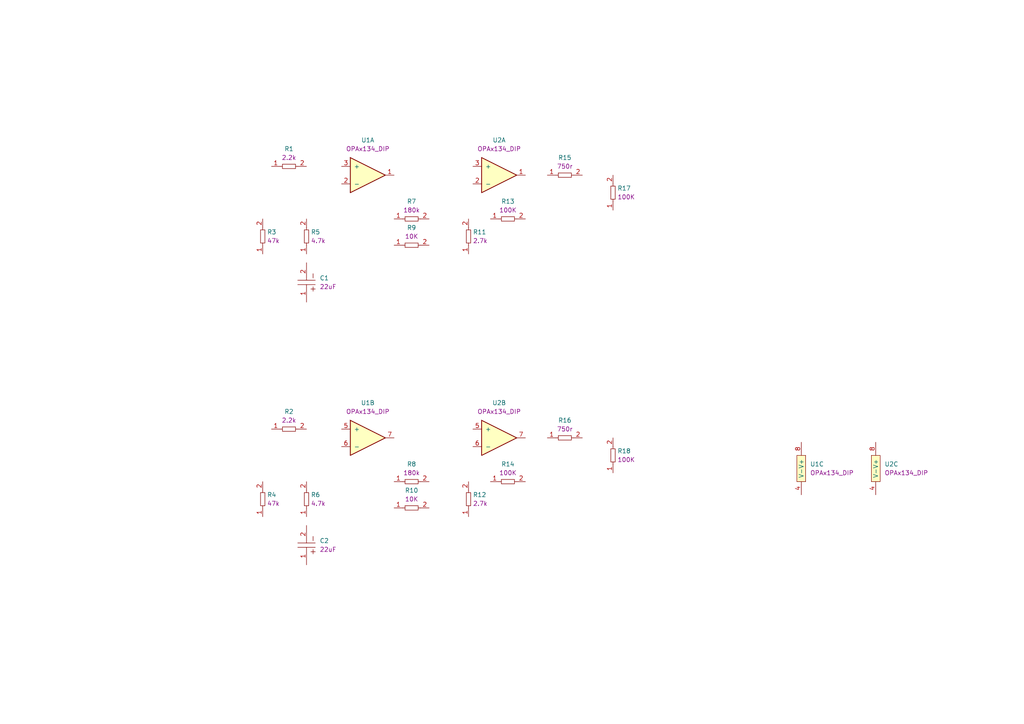
<source format=kicad_sch>
(kicad_sch (version 20231120) (generator "eeschema") (generator_version "8.0")
  (paper "A4")
  (lib_symbols
    (symbol "AVR-KiCAD-Lib-Capacitors:UUQ1H220MCL1GS" (pin_names (offset 1.016))
      (property "Reference" "C" (at -2.54 2.54 0))
      (property "_Value_" "22uF" (at 58.42 63.5 0))
      (symbol "UUQ1H220MCL1GS_0_1"
        (polyline (pts (xy -1.27 -1.27) (xy -1.27 -2.54)))
        (polyline (pts (xy -0.635 -1.905) (xy -1.905 -1.905)))
        (polyline (pts (xy 1.905 -1.905) (xy 3.175 -1.905)))
      )
      (symbol "UUQ1H220MCL1GS_1_1"
        (polyline (pts (xy 0 2.54) (xy 0 -2.54)))
        (polyline (pts (xy 1.27 2.54) (xy 1.27 -2.54)))
        (pin input line (at -5.08 0 0) (length 5.08) (name "~") (number "1"))
        (pin input line (at 6.35 0 180) (length 5.08) (name "~") (number "2"))
      )
    )
    (symbol "AVR-KiCAD-Lib-ICs:OPAx134_DIP" (pin_names (offset 1.016))
      (property "Reference" "U" (at -3.81 1.27 0))
      (property "_Value_" "OPAx134_DIP" (at 58.42 63.5 0))
      (symbol "OPAx134_DIP_1_1"
        (polyline (pts (xy 0 0) (xy 10.16 -5.08) (xy 0 -10.16) (xy 0 0)) (stroke (width 0.254)) (fill (type background)))
        (pin output line (at 12.7 -5.08 180) (length 2.54) (name "~") (number "1"))
        (pin input line (at -2.54 -7.62 0) (length 2.54) (name "-") (number "2"))
        (pin input line (at -2.54 -2.54 0) (length 2.54) (name "+") (number "3"))
      )
      (symbol "OPAx134_DIP_2_1"
        (polyline (pts (xy 0 0) (xy 10.16 -5.08) (xy 0 -10.16) (xy 0 0)) (stroke (width 0.254)) (fill (type background)))
        (pin input line (at -2.54 -2.54 0) (length 2.54) (name "+") (number "5"))
        (pin input line (at -2.54 -7.62 0) (length 2.54) (name "-") (number "6"))
        (pin output line (at 12.7 -5.08 180) (length 2.54) (name "~") (number "7"))
      )
      (symbol "OPAx134_DIP_3_1"
        (rectangle (start -1.27 -3.81) (end 1.27 -11.43) (fill (type background)))
        (pin power_in line (at 0 -15.24 90) (length 3.81) (name "V-") (number "4"))
        (pin power_in line (at 0 0 270) (length 3.81) (name "V+") (number "8"))
      )
    )
    (symbol "AVR-KiCAD-Lib-Resistors:RC0805FR-07100KL" (pin_names (offset 1.016))
      (property "Reference" "R" (at -2.54 2.54 0))
      (property "Value" "RC0805FR-07100KL" (at 1.27 5.08 0))
      (property "_Value_" "100K" (at 58.42 63.5 0))
      (symbol "RC0805FR-07100KL_0_1"
        (rectangle (start -1.905 0.635) (end 1.905 -0.635))
        (polyline (pts (xy -2.54 0) (xy -1.905 0)))
        (polyline (pts (xy -1.905 0) (xy -1.905 0)))
        (polyline (pts (xy 1.905 0) (xy 1.905 0)))
        (polyline (pts (xy 2.54 0) (xy 1.905 0)))
      )
      (symbol "RC0805FR-07100KL_1_1"
        (pin passive line (at -5.08 0 0) (length 2.5146) (name "~") (number "1"))
        (pin passive line (at 5.08 0 180) (length 2.5146) (name "~") (number "2"))
      )
    )
    (symbol "AVR-KiCAD-Lib-Resistors:RC0805FR-0710KL" (pin_names (offset 1.016))
      (property "Reference" "R" (at -2.54 2.54 0))
      (property "Value" "RC0805FR-0710KL" (at 1.27 5.08 0))
      (property "_Value_" "10K" (at 58.42 63.5 0))
      (symbol "RC0805FR-0710KL_0_1"
        (rectangle (start -1.905 0.635) (end 1.905 -0.635))
        (polyline (pts (xy -2.54 0) (xy -1.905 0)))
        (polyline (pts (xy -1.905 0) (xy -1.905 0)))
        (polyline (pts (xy 1.905 0) (xy 1.905 0)))
        (polyline (pts (xy 2.54 0) (xy 1.905 0)))
      )
      (symbol "RC0805FR-0710KL_1_1"
        (pin passive line (at -5.08 0 0) (length 2.5146) (name "~") (number "1"))
        (pin passive line (at 5.08 0 180) (length 2.5146) (name "~") (number "2"))
      )
    )
    (symbol "AVR-KiCAD-Lib-Resistors:RC0805FR-07180KL" (pin_names (offset 1.016))
      (property "Reference" "R" (at -2.54 2.54 0))
      (property "Value" "RC0805FR-07180KL" (at 1.27 5.08 0))
      (property "_Value_" "180k" (at 58.42 63.5 0))
      (symbol "RC0805FR-07180KL_0_1"
        (rectangle (start -1.905 0.635) (end 1.905 -0.635))
        (polyline (pts (xy -2.54 0) (xy -1.905 0)))
        (polyline (pts (xy -1.905 0) (xy -1.905 0)))
        (polyline (pts (xy 1.905 0) (xy 1.905 0)))
        (polyline (pts (xy 2.54 0) (xy 1.905 0)))
      )
      (symbol "RC0805FR-07180KL_1_1"
        (pin passive line (at -5.08 0 0) (length 2.5146) (name "~") (number "1"))
        (pin passive line (at 5.08 0 180) (length 2.5146) (name "~") (number "2"))
      )
    )
    (symbol "AVR-KiCAD-Lib-Resistors:RC0805FR-072K2L" (pin_names (offset 1.016))
      (property "Reference" "R" (at -2.54 2.54 0))
      (property "Value" "RC0805FR-072K2L" (at 1.27 5.08 0))
      (property "_Value_" "2.2k" (at 58.42 63.5 0))
      (symbol "RC0805FR-072K2L_0_1"
        (rectangle (start -1.905 0.635) (end 1.905 -0.635))
        (polyline (pts (xy -2.54 0) (xy -1.905 0)))
        (polyline (pts (xy -1.905 0) (xy -1.905 0)))
        (polyline (pts (xy 1.905 0) (xy 1.905 0)))
        (polyline (pts (xy 2.54 0) (xy 1.905 0)))
      )
      (symbol "RC0805FR-072K2L_1_1"
        (pin passive line (at -5.08 0 0) (length 2.5146) (name "~") (number "1"))
        (pin passive line (at 5.08 0 180) (length 2.5146) (name "~") (number "2"))
      )
    )
    (symbol "AVR-KiCAD-Lib-Resistors:RC0805FR-072K7L" (pin_names (offset 1.016))
      (property "Reference" "R" (at -2.54 2.54 0))
      (property "Value" "RC0805FR-072K7L" (at 1.27 5.08 0))
      (property "_Value_" "2.7k" (at 58.42 63.5 0))
      (symbol "RC0805FR-072K7L_0_1"
        (rectangle (start -1.905 0.635) (end 1.905 -0.635))
        (polyline (pts (xy -2.54 0) (xy -1.905 0)))
        (polyline (pts (xy -1.905 0) (xy -1.905 0)))
        (polyline (pts (xy 1.905 0) (xy 1.905 0)))
        (polyline (pts (xy 2.54 0) (xy 1.905 0)))
      )
      (symbol "RC0805FR-072K7L_1_1"
        (pin passive line (at -5.08 0 0) (length 2.5146) (name "~") (number "1"))
        (pin passive line (at 5.08 0 180) (length 2.5146) (name "~") (number "2"))
      )
    )
    (symbol "AVR-KiCAD-Lib-Resistors:RC0805FR-0747KL" (pin_names (offset 1.016))
      (property "Reference" "R" (at -2.54 2.54 0))
      (property "Value" "RC0805FR-0747KL" (at 1.27 5.08 0))
      (property "_Value_" "47k" (at 58.42 63.5 0))
      (symbol "RC0805FR-0747KL_0_1"
        (rectangle (start -1.905 0.635) (end 1.905 -0.635))
        (polyline (pts (xy -2.54 0) (xy -1.905 0)))
        (polyline (pts (xy -1.905 0) (xy -1.905 0)))
        (polyline (pts (xy 1.905 0) (xy 1.905 0)))
        (polyline (pts (xy 2.54 0) (xy 1.905 0)))
      )
      (symbol "RC0805FR-0747KL_1_1"
        (pin passive line (at -5.08 0 0) (length 2.5146) (name "~") (number "1"))
        (pin passive line (at 5.08 0 180) (length 2.5146) (name "~") (number "2"))
      )
    )
    (symbol "AVR-KiCAD-Lib-Resistors:RC0805FR-074K7L" (pin_names (offset 1.016))
      (property "Reference" "R" (at -2.54 2.54 0))
      (property "Value" "RC0805FR-074K7L" (at 1.27 5.08 0))
      (property "_Value_" "4.7k" (at 58.42 63.5 0))
      (symbol "RC0805FR-074K7L_0_1"
        (rectangle (start -1.905 0.635) (end 1.905 -0.635))
        (polyline (pts (xy -2.54 0) (xy -1.905 0)))
        (polyline (pts (xy -1.905 0) (xy -1.905 0)))
        (polyline (pts (xy 1.905 0) (xy 1.905 0)))
        (polyline (pts (xy 2.54 0) (xy 1.905 0)))
      )
      (symbol "RC0805FR-074K7L_1_1"
        (pin passive line (at -5.08 0 0) (length 2.5146) (name "~") (number "1"))
        (pin passive line (at 5.08 0 180) (length 2.5146) (name "~") (number "2"))
      )
    )
    (symbol "AVR-KiCAD-Lib-Resistors:RC0805FR-07750RL" (pin_names (offset 1.016))
      (property "Reference" "R" (at -2.54 2.54 0))
      (property "Value" "RC0805FR-07750RL" (at 1.27 5.08 0))
      (property "_Value_" "750r" (at 58.42 63.5 0))
      (symbol "RC0805FR-07750RL_0_1"
        (rectangle (start -1.905 0.635) (end 1.905 -0.635))
        (polyline (pts (xy -2.54 0) (xy -1.905 0)))
        (polyline (pts (xy -1.905 0) (xy -1.905 0)))
        (polyline (pts (xy 1.905 0) (xy 1.905 0)))
        (polyline (pts (xy 2.54 0) (xy 1.905 0)))
      )
      (symbol "RC0805FR-07750RL_1_1"
        (pin passive line (at -5.08 0 0) (length 2.5146) (name "~") (number "1"))
        (pin passive line (at 5.08 0 180) (length 2.5146) (name "~") (number "2"))
      )
    )
  )
  (symbol (lib_id "AVR-KiCAD-Lib-ICs:OPAx134_DIP") (at 101.6 121.92 0) (unit 2)
    (property "Reference" "U1" (at 106.68 116.84 0))
    (property "Value" "OPAx134_DIP" (effects (hide yes)))
    (property "Footprint" "AVR-KiCAD-Lib-ICs:OPAx134_DIP8" (effects (hide yes)))
    (property "Description" "IC OPAMP AUDIO 8MHZ 8DIP" (effects (hide yes)))
    (property "Cost QTY: 1" "4.79" (effects (hide yes)))
    (property "Cost QTY: 1000" "2.53" (effects (hide yes)))
    (property "Cost QTY: 2500" "2.40464" (effects (hide yes)))
    (property "Cost QTY: 5000" "*" (effects (hide yes)))
    (property "Cost QTY: 10000" "*" (effects (hide yes)))
    (property "MFR" "Texas Instruments" (effects (hide yes)))
    (property "MFR#" "OPA2134PA" (effects (hide yes)))
    (property "Vendor" "Digikey" (effects (hide yes)))
    (property "Vendor #" "OPA2134PA-ND" (effects (hide yes)))
    (property "Designer" "AVR" (effects (hide yes)))
    (property "Height" "7.62mm" (effects (hide yes)))
    (property "Date Created" "4/22/2019" (effects (hide yes)))
    (property "Date Modified" "4/22/2019" (effects (hide yes)))
    (property "Lead-Free ?" "Yes" (effects (hide yes)))
    (property "RoHS Levels" "1" (effects (hide yes)))
    (property "Mounting" "Throughole/SMT" (effects (hide yes)))
    (property "Pin Count #" "8" (effects (hide yes)))
    (property "Status" "Active" (effects (hide yes)))
    (property "Tolerance" "*" (effects (hide yes)))
    (property "Type" "IC OPAMP" (effects (hide yes)))
    (property "Voltage" "2.5-8V" (effects (hide yes)))
    (property "Package" "DIP" (effects (hide yes)))
    (property "_Value_" "OPAx134_DIP" (at 106.68 119.38 0))
    (property "Management_ID" "*" (effects (hide yes)))
  )
  (symbol (lib_id "AVR-KiCAD-Lib-Resistors:RC0805FR-07100KL") (at 177.8 55.88 90) (unit 1)
    (property "Reference" "R17" (at 179.07 54.6099 90) (effects (justify right)))
    (property "Value" "RC0805FR-07100KL" (effects (hide yes)))
    (property "Footprint" "AVR-KiCAD-Lib-Resistors:R0805" (effects (hide yes)))
    (property "Datasheet" "https://www.yageo.com/upload/media/product/products/datasheet/rchip/PYu-RC_Group_51_RoHS_L_12.pdf" (effects (hide yes)))
    (property "Description" "100 kOhms ±1% 0.125W, 1/8W Chip Resistor 0805 (2012 Metric) Moisture Resistant Thick Film" (effects (hide yes)))
    (property "Cost QTY: 1" "0.10000" (effects (hide yes)))
    (property "Cost QTY: 1000" "0.00787" (effects (hide yes)))
    (property "Cost QTY: 2500" "*" (effects (hide yes)))
    (property "Cost QTY: 5000" "0.00577" (effects (hide yes)))
    (property "Cost QTY: 10000" "0.00511" (effects (hide yes)))
    (property "MFR" "YAGEO" (effects (hide yes)))
    (property "MFR#" "RC0805FR-07100KL" (effects (hide yes)))
    (property "Vendor" "Digikey" (effects (hide yes)))
    (property "Vendor #" "311-100KCRTR-ND" (effects (hide yes)))
    (property "Designer" "AVR" (effects (hide yes)))
    (property "Height" "0.6mm" (effects (hide yes)))
    (property "Date Created" "2/27/2024" (effects (hide yes)))
    (property "Date Modified" "2/27/2024" (effects (hide yes)))
    (property "Lead-Free ?" "Yes" (effects (hide yes)))
    (property "RoHS Levels" "1" (effects (hide yes)))
    (property "Mounting" "SMT" (effects (hide yes)))
    (property "Pin Count #" "2" (effects (hide yes)))
    (property "Status" "Active" (effects (hide yes)))
    (property "Tolerance" "1%" (effects (hide yes)))
    (property "Type" "Resistor" (effects (hide yes)))
    (property "Voltage" "*" (effects (hide yes)))
    (property "Package" "0805" (effects (hide yes)))
    (property "_Value_" "100K" (at 179.07 57.1499 90) (effects (justify right)))
    (property "Management_ID" "*" (effects (hide yes)))
  )
  (symbol (lib_id "AVR-KiCAD-Lib-ICs:OPAx134_DIP") (at 101.6 45.72 0) (unit 1)
    (property "Reference" "U1" (at 106.68 40.64 0))
    (property "Value" "OPAx134_DIP" (effects (hide yes)))
    (property "Footprint" "AVR-KiCAD-Lib-ICs:OPAx134_DIP8" (effects (hide yes)))
    (property "Description" "IC OPAMP AUDIO 8MHZ 8DIP" (effects (hide yes)))
    (property "Cost QTY: 1" "4.79" (effects (hide yes)))
    (property "Cost QTY: 1000" "2.53" (effects (hide yes)))
    (property "Cost QTY: 2500" "2.40464" (effects (hide yes)))
    (property "Cost QTY: 5000" "*" (effects (hide yes)))
    (property "Cost QTY: 10000" "*" (effects (hide yes)))
    (property "MFR" "Texas Instruments" (effects (hide yes)))
    (property "MFR#" "OPA2134PA" (effects (hide yes)))
    (property "Vendor" "Digikey" (effects (hide yes)))
    (property "Vendor #" "OPA2134PA-ND" (effects (hide yes)))
    (property "Designer" "AVR" (effects (hide yes)))
    (property "Height" "7.62mm" (effects (hide yes)))
    (property "Date Created" "4/22/2019" (effects (hide yes)))
    (property "Date Modified" "4/22/2019" (effects (hide yes)))
    (property "Lead-Free ?" "Yes" (effects (hide yes)))
    (property "RoHS Levels" "1" (effects (hide yes)))
    (property "Mounting" "Throughole/SMT" (effects (hide yes)))
    (property "Pin Count #" "8" (effects (hide yes)))
    (property "Status" "Active" (effects (hide yes)))
    (property "Tolerance" "*" (effects (hide yes)))
    (property "Type" "IC OPAMP" (effects (hide yes)))
    (property "Voltage" "2.5-8V" (effects (hide yes)))
    (property "Package" "DIP" (effects (hide yes)))
    (property "_Value_" "OPAx134_DIP" (at 106.68 43.18 0))
    (property "Management_ID" "*" (effects (hide yes)))
  )
  (symbol (lib_id "AVR-KiCAD-Lib-Resistors:RC0805FR-0747KL") (at 76.2 68.58 90) (unit 1)
    (property "Reference" "R3" (at 77.47 67.3099 90) (effects (justify right)))
    (property "Value" "RC0805FR-0747KL" (effects (hide yes)))
    (property "Footprint" "AVR-KiCAD-Lib-Resistors:R0805" (effects (hide yes)))
    (property "Datasheet" "https://www.yageo.com/upload/media/product/products/datasheet/rchip/PYu-RC_Group_51_RoHS_L_12.pdf" (effects (hide yes)))
    (property "Description" "47 kOhms ±1% 0.125W, 1/8W Chip Resistor 0805 (2012 Metric) Moisture Resistant Thick Film" (effects (hide yes)))
    (property "Cost QTY: 1" "0.10000" (effects (hide yes)))
    (property "Cost QTY: 1000" "0.00787" (effects (hide yes)))
    (property "Cost QTY: 2500" "*" (effects (hide yes)))
    (property "Cost QTY: 5000" "0.00577" (effects (hide yes)))
    (property "Cost QTY: 10000" "0.00511" (effects (hide yes)))
    (property "MFR" "YAGEO" (effects (hide yes)))
    (property "MFR#" "RC0805FR-0747KL" (effects (hide yes)))
    (property "Vendor" "Digikey" (effects (hide yes)))
    (property "Vendor #" "311-47.0KCRTR-ND" (effects (hide yes)))
    (property "Designer" "AVR" (effects (hide yes)))
    (property "Height" "0.6mm" (effects (hide yes)))
    (property "Date Created" "2/27/2024" (effects (hide yes)))
    (property "Date Modified" "2/27/2024" (effects (hide yes)))
    (property "Lead-Free ?" "Yes" (effects (hide yes)))
    (property "RoHS Levels" "1" (effects (hide yes)))
    (property "Mounting" "SMT" (effects (hide yes)))
    (property "Pin Count #" "2" (effects (hide yes)))
    (property "Status" "Active" (effects (hide yes)))
    (property "Tolerance" "1%" (effects (hide yes)))
    (property "Type" "Resistor" (effects (hide yes)))
    (property "Voltage" "*" (effects (hide yes)))
    (property "Package" "0805" (effects (hide yes)))
    (property "_Value_" "47k" (at 77.47 69.8499 90) (effects (justify right)))
    (property "Management_ID" "*" (effects (hide yes)))
  )
  (symbol (lib_id "AVR-KiCAD-Lib-Resistors:RC0805FR-072K7L") (at 135.89 144.78 90) (unit 1)
    (property "Reference" "R12" (at 137.16 143.5099 90) (effects (justify right)))
    (property "Value" "RC0805FR-072K7L" (effects (hide yes)))
    (property "Footprint" "AVR-KiCAD-Lib-Resistors:R0805" (effects (hide yes)))
    (property "Datasheet" "https://www.yageo.com/upload/media/product/products/datasheet/rchip/PYu-RC_Group_51_RoHS_L_12.pdf" (effects (hide yes)))
    (property "Description" "2.7 kOhms ±1% 0.125W, 1/8W Chip Resistor 0805 (2012 Metric) Moisture Resistant Thick Film" (effects (hide yes)))
    (property "Cost QTY: 1" "0.10000" (effects (hide yes)))
    (property "Cost QTY: 1000" "0.00844" (effects (hide yes)))
    (property "Cost QTY: 2500" "*" (effects (hide yes)))
    (property "Cost QTY: 5000" "0.00621" (effects (hide yes)))
    (property "Cost QTY: 10000" "0.00551" (effects (hide yes)))
    (property "MFR" "YAGEO" (effects (hide yes)))
    (property "MFR#" "RC0805FR-072K7L" (effects (hide yes)))
    (property "Vendor" "Digikey" (effects (hide yes)))
    (property "Vendor #" "311-2.70KCRTR-ND" (effects (hide yes)))
    (property "Designer" "AVR" (effects (hide yes)))
    (property "Height" "0.6mm" (effects (hide yes)))
    (property "Date Created" "2/27/2024" (effects (hide yes)))
    (property "Date Modified" "2/27/2024" (effects (hide yes)))
    (property "Lead-Free ?" "Yes" (effects (hide yes)))
    (property "RoHS Levels" "1" (effects (hide yes)))
    (property "Mounting" "SMT" (effects (hide yes)))
    (property "Pin Count #" "2" (effects (hide yes)))
    (property "Status" "Active" (effects (hide yes)))
    (property "Tolerance" "1%" (effects (hide yes)))
    (property "Type" "Resistor" (effects (hide yes)))
    (property "Voltage" "*" (effects (hide yes)))
    (property "Package" "0805" (effects (hide yes)))
    (property "_Value_" "2.7k" (at 137.16 146.0499 90) (effects (justify right)))
    (property "Management_ID" "*" (effects (hide yes)))
  )
  (symbol (lib_id "AVR-KiCAD-Lib-Resistors:RC0805FR-072K7L") (at 135.89 68.58 90) (unit 1)
    (property "Reference" "R11" (at 137.16 67.3099 90) (effects (justify right)))
    (property "Value" "RC0805FR-072K7L" (effects (hide yes)))
    (property "Footprint" "AVR-KiCAD-Lib-Resistors:R0805" (effects (hide yes)))
    (property "Datasheet" "https://www.yageo.com/upload/media/product/products/datasheet/rchip/PYu-RC_Group_51_RoHS_L_12.pdf" (effects (hide yes)))
    (property "Description" "2.7 kOhms ±1% 0.125W, 1/8W Chip Resistor 0805 (2012 Metric) Moisture Resistant Thick Film" (effects (hide yes)))
    (property "Cost QTY: 1" "0.10000" (effects (hide yes)))
    (property "Cost QTY: 1000" "0.00844" (effects (hide yes)))
    (property "Cost QTY: 2500" "*" (effects (hide yes)))
    (property "Cost QTY: 5000" "0.00621" (effects (hide yes)))
    (property "Cost QTY: 10000" "0.00551" (effects (hide yes)))
    (property "MFR" "YAGEO" (effects (hide yes)))
    (property "MFR#" "RC0805FR-072K7L" (effects (hide yes)))
    (property "Vendor" "Digikey" (effects (hide yes)))
    (property "Vendor #" "311-2.70KCRTR-ND" (effects (hide yes)))
    (property "Designer" "AVR" (effects (hide yes)))
    (property "Height" "0.6mm" (effects (hide yes)))
    (property "Date Created" "2/27/2024" (effects (hide yes)))
    (property "Date Modified" "2/27/2024" (effects (hide yes)))
    (property "Lead-Free ?" "Yes" (effects (hide yes)))
    (property "RoHS Levels" "1" (effects (hide yes)))
    (property "Mounting" "SMT" (effects (hide yes)))
    (property "Pin Count #" "2" (effects (hide yes)))
    (property "Status" "Active" (effects (hide yes)))
    (property "Tolerance" "1%" (effects (hide yes)))
    (property "Type" "Resistor" (effects (hide yes)))
    (property "Voltage" "*" (effects (hide yes)))
    (property "Package" "0805" (effects (hide yes)))
    (property "_Value_" "2.7k" (at 137.16 69.8499 90) (effects (justify right)))
    (property "Management_ID" "*" (effects (hide yes)))
  )
  (symbol (lib_id "AVR-KiCAD-Lib-Resistors:RC0805FR-074K7L") (at 88.9 144.78 90) (unit 1)
    (property "Reference" "R6" (at 90.17 143.5099 90) (effects (justify right)))
    (property "Value" "RC0805FR-074K7L" (effects (hide yes)))
    (property "Footprint" "AVR-KiCAD-Lib-Resistors:R0805" (effects (hide yes)))
    (property "Datasheet" "https://www.yageo.com/upload/media/product/products/datasheet/rchip/PYu-RC_Group_51_RoHS_L_12.pdf" (effects (hide yes)))
    (property "Description" "4.7 kOhms ±1% 0.125W, 1/8W Chip Resistor 0805 (2012 Metric) Moisture Resistant Thick Film" (effects (hide yes)))
    (property "Cost QTY: 1" "0.10000" (effects (hide yes)))
    (property "Cost QTY: 1000" "0.00787" (effects (hide yes)))
    (property "Cost QTY: 2500" "*" (effects (hide yes)))
    (property "Cost QTY: 5000" "0.00577" (effects (hide yes)))
    (property "Cost QTY: 10000" "0.00511" (effects (hide yes)))
    (property "MFR" "YAGEO" (effects (hide yes)))
    (property "MFR#" "RC0805FR-074K7L" (effects (hide yes)))
    (property "Vendor" "Digikey" (effects (hide yes)))
    (property "Vendor #" "311-2.70KCRTR-ND" (effects (hide yes)))
    (property "Designer" "AVR" (effects (hide yes)))
    (property "Height" "0.6mm" (effects (hide yes)))
    (property "Date Created" "2/27/2024" (effects (hide yes)))
    (property "Date Modified" "2/27/2024" (effects (hide yes)))
    (property "Lead-Free ?" "Yes" (effects (hide yes)))
    (property "RoHS Levels" "1" (effects (hide yes)))
    (property "Mounting" "SMT" (effects (hide yes)))
    (property "Pin Count #" "2" (effects (hide yes)))
    (property "Status" "Active" (effects (hide yes)))
    (property "Tolerance" "1%" (effects (hide yes)))
    (property "Type" "Resistor" (effects (hide yes)))
    (property "Voltage" "*" (effects (hide yes)))
    (property "Package" "0805" (effects (hide yes)))
    (property "_Value_" "4.7k" (at 90.17 146.0499 90) (effects (justify right)))
    (property "Management_ID" "*" (effects (hide yes)))
  )
  (symbol (lib_id "AVR-KiCAD-Lib-Resistors:RC0805FR-07100KL") (at 147.32 139.7 0) (unit 1)
    (property "Reference" "R14" (at 147.32 134.62 0))
    (property "Value" "RC0805FR-07100KL" (effects (hide yes)))
    (property "Footprint" "AVR-KiCAD-Lib-Resistors:R0805" (effects (hide yes)))
    (property "Datasheet" "https://www.yageo.com/upload/media/product/products/datasheet/rchip/PYu-RC_Group_51_RoHS_L_12.pdf" (effects (hide yes)))
    (property "Description" "100 kOhms ±1% 0.125W, 1/8W Chip Resistor 0805 (2012 Metric) Moisture Resistant Thick Film" (effects (hide yes)))
    (property "Cost QTY: 1" "0.10000" (effects (hide yes)))
    (property "Cost QTY: 1000" "0.00787" (effects (hide yes)))
    (property "Cost QTY: 2500" "*" (effects (hide yes)))
    (property "Cost QTY: 5000" "0.00577" (effects (hide yes)))
    (property "Cost QTY: 10000" "0.00511" (effects (hide yes)))
    (property "MFR" "YAGEO" (effects (hide yes)))
    (property "MFR#" "RC0805FR-07100KL" (effects (hide yes)))
    (property "Vendor" "Digikey" (effects (hide yes)))
    (property "Vendor #" "311-100KCRTR-ND" (effects (hide yes)))
    (property "Designer" "AVR" (effects (hide yes)))
    (property "Height" "0.6mm" (effects (hide yes)))
    (property "Date Created" "2/27/2024" (effects (hide yes)))
    (property "Date Modified" "2/27/2024" (effects (hide yes)))
    (property "Lead-Free ?" "Yes" (effects (hide yes)))
    (property "RoHS Levels" "1" (effects (hide yes)))
    (property "Mounting" "SMT" (effects (hide yes)))
    (property "Pin Count #" "2" (effects (hide yes)))
    (property "Status" "Active" (effects (hide yes)))
    (property "Tolerance" "1%" (effects (hide yes)))
    (property "Type" "Resistor" (effects (hide yes)))
    (property "Voltage" "*" (effects (hide yes)))
    (property "Package" "0805" (effects (hide yes)))
    (property "_Value_" "100K" (at 147.32 137.16 0))
    (property "Management_ID" "*" (effects (hide yes)))
  )
  (symbol (lib_id "AVR-KiCAD-Lib-Capacitors:UUQ1H220MCL1GS") (at 88.9 82.55 90) (unit 1)
    (property "Reference" "C1" (at 92.71 80.6449 90) (effects (justify right)))
    (property "Value" "UUQ1H220MCL1GS" (effects (hide yes)))
    (property "Footprint" "AVR-KiCAD-Lib-Capacitors:CP_Elec_8x6.5" (effects (hide yes)))
    (property "Datasheet" "https://www.nichicon.co.jp/english/products/pdfs/e-uuq.pdf" (effects (hide yes)))
    (property "Description" "22µF 50V Aluminum Electrolytic Capacitors Radial, Can - SMD 1000 Hrs @ 105°C" (effects (hide yes)))
    (property "Cost QTY: 1" "0.81000" (effects (hide yes)))
    (property "Cost QTY: 1000" "0.34028" (effects (hide yes)))
    (property "Cost QTY: 2500" "*" (effects (hide yes)))
    (property "Cost QTY: 5000" "*" (effects (hide yes)))
    (property "Cost QTY: 10000" "*" (effects (hide yes)))
    (property "MFR" "Nichicon" (effects (hide yes)))
    (property "MFR#" "UUQ1H220MCL1GS" (effects (hide yes)))
    (property "Vendor" "Digikey" (effects (hide yes)))
    (property "Vendor #" "493-3210-1-ND" (effects (hide yes)))
    (property "Designer" "AVR" (effects (hide yes)))
    (property "Height" "6.2mm" (effects (hide yes)))
    (property "Date Created" "12/16/2019" (effects (hide yes)))
    (property "Date Modified" "12/16/2019" (effects (hide yes)))
    (property "Lead-Free ?" "Yes" (effects (hide yes)))
    (property "RoHS Levels" "1" (effects (hide yes)))
    (property "Mounting" "SMT" (effects (hide yes)))
    (property "Pin Count #" "2" (effects (hide yes)))
    (property "Status" "Active" (effects (hide yes)))
    (property "Tolerance" "20%" (effects (hide yes)))
    (property "Type" "Alu  Cap Audio" (effects (hide yes)))
    (property "Voltage" "50V" (effects (hide yes)))
    (property "Package" "Radial SMD" (effects (hide yes)))
    (property "_Value_" "22uF" (at 92.71 83.1849 90) (effects (justify right)))
    (property "Management_ID" "*" (effects (hide yes)))
  )
  (symbol (lib_id "AVR-KiCAD-Lib-Resistors:RC0805FR-07100KL") (at 177.8 132.08 90) (unit 1)
    (property "Reference" "R18" (at 179.07 130.8099 90) (effects (justify right)))
    (property "Value" "RC0805FR-07100KL" (effects (hide yes)))
    (property "Footprint" "AVR-KiCAD-Lib-Resistors:R0805" (effects (hide yes)))
    (property "Datasheet" "https://www.yageo.com/upload/media/product/products/datasheet/rchip/PYu-RC_Group_51_RoHS_L_12.pdf" (effects (hide yes)))
    (property "Description" "100 kOhms ±1% 0.125W, 1/8W Chip Resistor 0805 (2012 Metric) Moisture Resistant Thick Film" (effects (hide yes)))
    (property "Cost QTY: 1" "0.10000" (effects (hide yes)))
    (property "Cost QTY: 1000" "0.00787" (effects (hide yes)))
    (property "Cost QTY: 2500" "*" (effects (hide yes)))
    (property "Cost QTY: 5000" "0.00577" (effects (hide yes)))
    (property "Cost QTY: 10000" "0.00511" (effects (hide yes)))
    (property "MFR" "YAGEO" (effects (hide yes)))
    (property "MFR#" "RC0805FR-07100KL" (effects (hide yes)))
    (property "Vendor" "Digikey" (effects (hide yes)))
    (property "Vendor #" "311-100KCRTR-ND" (effects (hide yes)))
    (property "Designer" "AVR" (effects (hide yes)))
    (property "Height" "0.6mm" (effects (hide yes)))
    (property "Date Created" "2/27/2024" (effects (hide yes)))
    (property "Date Modified" "2/27/2024" (effects (hide yes)))
    (property "Lead-Free ?" "Yes" (effects (hide yes)))
    (property "RoHS Levels" "1" (effects (hide yes)))
    (property "Mounting" "SMT" (effects (hide yes)))
    (property "Pin Count #" "2" (effects (hide yes)))
    (property "Status" "Active" (effects (hide yes)))
    (property "Tolerance" "1%" (effects (hide yes)))
    (property "Type" "Resistor" (effects (hide yes)))
    (property "Voltage" "*" (effects (hide yes)))
    (property "Package" "0805" (effects (hide yes)))
    (property "_Value_" "100K" (at 179.07 133.3499 90) (effects (justify right)))
    (property "Management_ID" "*" (effects (hide yes)))
  )
  (symbol (lib_id "AVR-KiCAD-Lib-Resistors:RC0805FR-07100KL") (at 147.32 63.5 0) (unit 1)
    (property "Reference" "R13" (at 147.32 58.42 0))
    (property "Value" "RC0805FR-07100KL" (effects (hide yes)))
    (property "Footprint" "AVR-KiCAD-Lib-Resistors:R0805" (effects (hide yes)))
    (property "Datasheet" "https://www.yageo.com/upload/media/product/products/datasheet/rchip/PYu-RC_Group_51_RoHS_L_12.pdf" (effects (hide yes)))
    (property "Description" "100 kOhms ±1% 0.125W, 1/8W Chip Resistor 0805 (2012 Metric) Moisture Resistant Thick Film" (effects (hide yes)))
    (property "Cost QTY: 1" "0.10000" (effects (hide yes)))
    (property "Cost QTY: 1000" "0.00787" (effects (hide yes)))
    (property "Cost QTY: 2500" "*" (effects (hide yes)))
    (property "Cost QTY: 5000" "0.00577" (effects (hide yes)))
    (property "Cost QTY: 10000" "0.00511" (effects (hide yes)))
    (property "MFR" "YAGEO" (effects (hide yes)))
    (property "MFR#" "RC0805FR-07100KL" (effects (hide yes)))
    (property "Vendor" "Digikey" (effects (hide yes)))
    (property "Vendor #" "311-100KCRTR-ND" (effects (hide yes)))
    (property "Designer" "AVR" (effects (hide yes)))
    (property "Height" "0.6mm" (effects (hide yes)))
    (property "Date Created" "2/27/2024" (effects (hide yes)))
    (property "Date Modified" "2/27/2024" (effects (hide yes)))
    (property "Lead-Free ?" "Yes" (effects (hide yes)))
    (property "RoHS Levels" "1" (effects (hide yes)))
    (property "Mounting" "SMT" (effects (hide yes)))
    (property "Pin Count #" "2" (effects (hide yes)))
    (property "Status" "Active" (effects (hide yes)))
    (property "Tolerance" "1%" (effects (hide yes)))
    (property "Type" "Resistor" (effects (hide yes)))
    (property "Voltage" "*" (effects (hide yes)))
    (property "Package" "0805" (effects (hide yes)))
    (property "_Value_" "100K" (at 147.32 60.96 0))
    (property "Management_ID" "*" (effects (hide yes)))
  )
  (symbol (lib_id "AVR-KiCAD-Lib-ICs:OPAx134_DIP") (at 139.7 45.72 0) (unit 1)
    (property "Reference" "U2" (at 144.78 40.64 0))
    (property "Value" "OPAx134_DIP" (effects (hide yes)))
    (property "Footprint" "AVR-KiCAD-Lib-ICs:OPAx134_DIP8" (effects (hide yes)))
    (property "Description" "IC OPAMP AUDIO 8MHZ 8DIP" (effects (hide yes)))
    (property "Cost QTY: 1" "4.79" (effects (hide yes)))
    (property "Cost QTY: 1000" "2.53" (effects (hide yes)))
    (property "Cost QTY: 2500" "2.40464" (effects (hide yes)))
    (property "Cost QTY: 5000" "*" (effects (hide yes)))
    (property "Cost QTY: 10000" "*" (effects (hide yes)))
    (property "MFR" "Texas Instruments" (effects (hide yes)))
    (property "MFR#" "OPA2134PA" (effects (hide yes)))
    (property "Vendor" "Digikey" (effects (hide yes)))
    (property "Vendor #" "OPA2134PA-ND" (effects (hide yes)))
    (property "Designer" "AVR" (effects (hide yes)))
    (property "Height" "7.62mm" (effects (hide yes)))
    (property "Date Created" "4/22/2019" (effects (hide yes)))
    (property "Date Modified" "4/22/2019" (effects (hide yes)))
    (property "Lead-Free ?" "Yes" (effects (hide yes)))
    (property "RoHS Levels" "1" (effects (hide yes)))
    (property "Mounting" "Throughole/SMT" (effects (hide yes)))
    (property "Pin Count #" "8" (effects (hide yes)))
    (property "Status" "Active" (effects (hide yes)))
    (property "Tolerance" "*" (effects (hide yes)))
    (property "Type" "IC OPAMP" (effects (hide yes)))
    (property "Voltage" "2.5-8V" (effects (hide yes)))
    (property "Package" "DIP" (effects (hide yes)))
    (property "_Value_" "OPAx134_DIP" (at 144.78 43.18 0))
    (property "Management_ID" "*" (effects (hide yes)))
  )
  (symbol (lib_id "AVR-KiCAD-Lib-Capacitors:UUQ1H220MCL1GS") (at 88.9 158.75 90) (unit 1)
    (property "Reference" "C2" (at 92.71 156.8449 90) (effects (justify right)))
    (property "Value" "UUQ1H220MCL1GS" (effects (hide yes)))
    (property "Footprint" "AVR-KiCAD-Lib-Capacitors:CP_Elec_8x6.5" (effects (hide yes)))
    (property "Datasheet" "https://www.nichicon.co.jp/english/products/pdfs/e-uuq.pdf" (effects (hide yes)))
    (property "Description" "22µF 50V Aluminum Electrolytic Capacitors Radial, Can - SMD 1000 Hrs @ 105°C" (effects (hide yes)))
    (property "Cost QTY: 1" "0.81000" (effects (hide yes)))
    (property "Cost QTY: 1000" "0.34028" (effects (hide yes)))
    (property "Cost QTY: 2500" "*" (effects (hide yes)))
    (property "Cost QTY: 5000" "*" (effects (hide yes)))
    (property "Cost QTY: 10000" "*" (effects (hide yes)))
    (property "MFR" "Nichicon" (effects (hide yes)))
    (property "MFR#" "UUQ1H220MCL1GS" (effects (hide yes)))
    (property "Vendor" "Digikey" (effects (hide yes)))
    (property "Vendor #" "493-3210-1-ND" (effects (hide yes)))
    (property "Designer" "AVR" (effects (hide yes)))
    (property "Height" "6.2mm" (effects (hide yes)))
    (property "Date Created" "12/16/2019" (effects (hide yes)))
    (property "Date Modified" "12/16/2019" (effects (hide yes)))
    (property "Lead-Free ?" "Yes" (effects (hide yes)))
    (property "RoHS Levels" "1" (effects (hide yes)))
    (property "Mounting" "SMT" (effects (hide yes)))
    (property "Pin Count #" "2" (effects (hide yes)))
    (property "Status" "Active" (effects (hide yes)))
    (property "Tolerance" "20%" (effects (hide yes)))
    (property "Type" "Alu  Cap Audio" (effects (hide yes)))
    (property "Voltage" "50V" (effects (hide yes)))
    (property "Package" "Radial SMD" (effects (hide yes)))
    (property "_Value_" "22uF" (at 92.71 159.3849 90) (effects (justify right)))
    (property "Management_ID" "*" (effects (hide yes)))
  )
  (symbol (lib_id "AVR-KiCAD-Lib-Resistors:RC0805FR-07750RL") (at 163.83 50.8 0) (unit 1)
    (property "Reference" "R15" (at 163.83 45.72 0))
    (property "Value" "RC0805FR-07750RL" (effects (hide yes)))
    (property "Footprint" "AVR-KiCAD-Lib-Resistors:R0805" (effects (hide yes)))
    (property "Datasheet" "https://www.yageo.com/upload/media/product/products/datasheet/rchip/PYu-RC_Group_51_RoHS_L_12.pdf" (effects (hide yes)))
    (property "Description" "750 Ohms ±1% 0.125W, 1/8W Chip Resistor 0805 (2012 Metric) Moisture Resistant Thick Film" (effects (hide yes)))
    (property "Cost QTY: 1" "0.10000" (effects (hide yes)))
    (property "Cost QTY: 1000" "0.00787" (effects (hide yes)))
    (property "Cost QTY: 2500" "*" (effects (hide yes)))
    (property "Cost QTY: 5000" "0.00577" (effects (hide yes)))
    (property "Cost QTY: 10000" "0.00511" (effects (hide yes)))
    (property "MFR" "YAGEO" (effects (hide yes)))
    (property "MFR#" "RC0805FR-07750RL" (effects (hide yes)))
    (property "Vendor" "Digikey" (effects (hide yes)))
    (property "Vendor #" "311-750CRTR-ND" (effects (hide yes)))
    (property "Designer" "AVR" (effects (hide yes)))
    (property "Height" "0.6mm" (effects (hide yes)))
    (property "Date Created" "2/27/2024" (effects (hide yes)))
    (property "Date Modified" "2/27/2024" (effects (hide yes)))
    (property "Lead-Free ?" "Yes" (effects (hide yes)))
    (property "RoHS Levels" "1" (effects (hide yes)))
    (property "Mounting" "SMT" (effects (hide yes)))
    (property "Pin Count #" "2" (effects (hide yes)))
    (property "Status" "Active" (effects (hide yes)))
    (property "Tolerance" "1%" (effects (hide yes)))
    (property "Type" "Resistor" (effects (hide yes)))
    (property "Voltage" "*" (effects (hide yes)))
    (property "Package" "0805" (effects (hide yes)))
    (property "_Value_" "750r" (at 163.83 48.26 0))
    (property "Management_ID" "*" (effects (hide yes)))
  )
  (symbol (lib_id "AVR-KiCAD-Lib-Resistors:RC0805FR-074K7L") (at 88.9 68.58 90) (unit 1)
    (property "Reference" "R5" (at 90.17 67.3099 90) (effects (justify right)))
    (property "Value" "RC0805FR-074K7L" (effects (hide yes)))
    (property "Footprint" "AVR-KiCAD-Lib-Resistors:R0805" (effects (hide yes)))
    (property "Datasheet" "https://www.yageo.com/upload/media/product/products/datasheet/rchip/PYu-RC_Group_51_RoHS_L_12.pdf" (effects (hide yes)))
    (property "Description" "4.7 kOhms ±1% 0.125W, 1/8W Chip Resistor 0805 (2012 Metric) Moisture Resistant Thick Film" (effects (hide yes)))
    (property "Cost QTY: 1" "0.10000" (effects (hide yes)))
    (property "Cost QTY: 1000" "0.00787" (effects (hide yes)))
    (property "Cost QTY: 2500" "*" (effects (hide yes)))
    (property "Cost QTY: 5000" "0.00577" (effects (hide yes)))
    (property "Cost QTY: 10000" "0.00511" (effects (hide yes)))
    (property "MFR" "YAGEO" (effects (hide yes)))
    (property "MFR#" "RC0805FR-074K7L" (effects (hide yes)))
    (property "Vendor" "Digikey" (effects (hide yes)))
    (property "Vendor #" "311-2.70KCRTR-ND" (effects (hide yes)))
    (property "Designer" "AVR" (effects (hide yes)))
    (property "Height" "0.6mm" (effects (hide yes)))
    (property "Date Created" "2/27/2024" (effects (hide yes)))
    (property "Date Modified" "2/27/2024" (effects (hide yes)))
    (property "Lead-Free ?" "Yes" (effects (hide yes)))
    (property "RoHS Levels" "1" (effects (hide yes)))
    (property "Mounting" "SMT" (effects (hide yes)))
    (property "Pin Count #" "2" (effects (hide yes)))
    (property "Status" "Active" (effects (hide yes)))
    (property "Tolerance" "1%" (effects (hide yes)))
    (property "Type" "Resistor" (effects (hide yes)))
    (property "Voltage" "*" (effects (hide yes)))
    (property "Package" "0805" (effects (hide yes)))
    (property "_Value_" "4.7k" (at 90.17 69.8499 90) (effects (justify right)))
    (property "Management_ID" "*" (effects (hide yes)))
  )
  (symbol (lib_id "AVR-KiCAD-Lib-Resistors:RC0805FR-07180KL") (at 119.38 139.7 0) (unit 1)
    (property "Reference" "R8" (at 119.38 134.62 0))
    (property "Value" "RC0805FR-07180KL" (effects (hide yes)))
    (property "Footprint" "AVR-KiCAD-Lib-Resistors:R0805" (effects (hide yes)))
    (property "Datasheet" "https://www.yageo.com/upload/media/product/products/datasheet/rchip/PYu-RC_Group_51_RoHS_L_12.pdf" (effects (hide yes)))
    (property "Description" "180 kOhms ±1% 0.125W, 1/8W Chip Resistor 0805 (2012 Metric) Moisture Resistant Thick Film" (effects (hide yes)))
    (property "Cost QTY: 1" "0.10000" (effects (hide yes)))
    (property "Cost QTY: 1000" "0.00787" (effects (hide yes)))
    (property "Cost QTY: 2500" "*" (effects (hide yes)))
    (property "Cost QTY: 5000" "0.00577" (effects (hide yes)))
    (property "Cost QTY: 10000" "0.00511" (effects (hide yes)))
    (property "MFR" "YAGEO" (effects (hide yes)))
    (property "MFR#" "RC0805FR-07180KL" (effects (hide yes)))
    (property "Vendor" "Digikey" (effects (hide yes)))
    (property "Vendor #" "311-180KCRTR-ND" (effects (hide yes)))
    (property "Designer" "AVR" (effects (hide yes)))
    (property "Height" "0.6mm" (effects (hide yes)))
    (property "Date Created" "2/27/2024" (effects (hide yes)))
    (property "Date Modified" "2/27/2024" (effects (hide yes)))
    (property "Lead-Free ?" "Yes" (effects (hide yes)))
    (property "RoHS Levels" "1" (effects (hide yes)))
    (property "Mounting" "SMT" (effects (hide yes)))
    (property "Pin Count #" "2" (effects (hide yes)))
    (property "Status" "Active" (effects (hide yes)))
    (property "Tolerance" "1%" (effects (hide yes)))
    (property "Type" "Resistor" (effects (hide yes)))
    (property "Voltage" "*" (effects (hide yes)))
    (property "Package" "0805" (effects (hide yes)))
    (property "_Value_" "180k" (at 119.38 137.16 0))
    (property "Management_ID" "*" (effects (hide yes)))
  )
  (symbol (lib_id "AVR-KiCAD-Lib-Resistors:RC0805FR-07180KL") (at 119.38 63.5 0) (unit 1)
    (property "Reference" "R7" (at 119.38 58.42 0))
    (property "Value" "RC0805FR-07180KL" (effects (hide yes)))
    (property "Footprint" "AVR-KiCAD-Lib-Resistors:R0805" (effects (hide yes)))
    (property "Datasheet" "https://www.yageo.com/upload/media/product/products/datasheet/rchip/PYu-RC_Group_51_RoHS_L_12.pdf" (effects (hide yes)))
    (property "Description" "180 kOhms ±1% 0.125W, 1/8W Chip Resistor 0805 (2012 Metric) Moisture Resistant Thick Film" (effects (hide yes)))
    (property "Cost QTY: 1" "0.10000" (effects (hide yes)))
    (property "Cost QTY: 1000" "0.00787" (effects (hide yes)))
    (property "Cost QTY: 2500" "*" (effects (hide yes)))
    (property "Cost QTY: 5000" "0.00577" (effects (hide yes)))
    (property "Cost QTY: 10000" "0.00511" (effects (hide yes)))
    (property "MFR" "YAGEO" (effects (hide yes)))
    (property "MFR#" "RC0805FR-07180KL" (effects (hide yes)))
    (property "Vendor" "Digikey" (effects (hide yes)))
    (property "Vendor #" "311-180KCRTR-ND" (effects (hide yes)))
    (property "Designer" "AVR" (effects (hide yes)))
    (property "Height" "0.6mm" (effects (hide yes)))
    (property "Date Created" "2/27/2024" (effects (hide yes)))
    (property "Date Modified" "2/27/2024" (effects (hide yes)))
    (property "Lead-Free ?" "Yes" (effects (hide yes)))
    (property "RoHS Levels" "1" (effects (hide yes)))
    (property "Mounting" "SMT" (effects (hide yes)))
    (property "Pin Count #" "2" (effects (hide yes)))
    (property "Status" "Active" (effects (hide yes)))
    (property "Tolerance" "1%" (effects (hide yes)))
    (property "Type" "Resistor" (effects (hide yes)))
    (property "Voltage" "*" (effects (hide yes)))
    (property "Package" "0805" (effects (hide yes)))
    (property "_Value_" "180k" (at 119.38 60.96 0))
    (property "Management_ID" "*" (effects (hide yes)))
  )
  (symbol (lib_id "AVR-KiCAD-Lib-Resistors:RC0805FR-0747KL") (at 76.2 144.78 90) (unit 1)
    (property "Reference" "R4" (at 77.47 143.5099 90) (effects (justify right)))
    (property "Value" "RC0805FR-0747KL" (effects (hide yes)))
    (property "Footprint" "AVR-KiCAD-Lib-Resistors:R0805" (effects (hide yes)))
    (property "Datasheet" "https://www.yageo.com/upload/media/product/products/datasheet/rchip/PYu-RC_Group_51_RoHS_L_12.pdf" (effects (hide yes)))
    (property "Description" "47 kOhms ±1% 0.125W, 1/8W Chip Resistor 0805 (2012 Metric) Moisture Resistant Thick Film" (effects (hide yes)))
    (property "Cost QTY: 1" "0.10000" (effects (hide yes)))
    (property "Cost QTY: 1000" "0.00787" (effects (hide yes)))
    (property "Cost QTY: 2500" "*" (effects (hide yes)))
    (property "Cost QTY: 5000" "0.00577" (effects (hide yes)))
    (property "Cost QTY: 10000" "0.00511" (effects (hide yes)))
    (property "MFR" "YAGEO" (effects (hide yes)))
    (property "MFR#" "RC0805FR-0747KL" (effects (hide yes)))
    (property "Vendor" "Digikey" (effects (hide yes)))
    (property "Vendor #" "311-47.0KCRTR-ND" (effects (hide yes)))
    (property "Designer" "AVR" (effects (hide yes)))
    (property "Height" "0.6mm" (effects (hide yes)))
    (property "Date Created" "2/27/2024" (effects (hide yes)))
    (property "Date Modified" "2/27/2024" (effects (hide yes)))
    (property "Lead-Free ?" "Yes" (effects (hide yes)))
    (property "RoHS Levels" "1" (effects (hide yes)))
    (property "Mounting" "SMT" (effects (hide yes)))
    (property "Pin Count #" "2" (effects (hide yes)))
    (property "Status" "Active" (effects (hide yes)))
    (property "Tolerance" "1%" (effects (hide yes)))
    (property "Type" "Resistor" (effects (hide yes)))
    (property "Voltage" "*" (effects (hide yes)))
    (property "Package" "0805" (effects (hide yes)))
    (property "_Value_" "47k" (at 77.47 146.0499 90) (effects (justify right)))
    (property "Management_ID" "*" (effects (hide yes)))
  )
  (symbol (lib_id "AVR-KiCAD-Lib-Resistors:RC0805FR-07750RL") (at 163.83 127 0) (unit 1)
    (property "Reference" "R16" (at 163.83 121.92 0))
    (property "Value" "RC0805FR-07750RL" (effects (hide yes)))
    (property "Footprint" "AVR-KiCAD-Lib-Resistors:R0805" (effects (hide yes)))
    (property "Datasheet" "https://www.yageo.com/upload/media/product/products/datasheet/rchip/PYu-RC_Group_51_RoHS_L_12.pdf" (effects (hide yes)))
    (property "Description" "750 Ohms ±1% 0.125W, 1/8W Chip Resistor 0805 (2012 Metric) Moisture Resistant Thick Film" (effects (hide yes)))
    (property "Cost QTY: 1" "0.10000" (effects (hide yes)))
    (property "Cost QTY: 1000" "0.00787" (effects (hide yes)))
    (property "Cost QTY: 2500" "*" (effects (hide yes)))
    (property "Cost QTY: 5000" "0.00577" (effects (hide yes)))
    (property "Cost QTY: 10000" "0.00511" (effects (hide yes)))
    (property "MFR" "YAGEO" (effects (hide yes)))
    (property "MFR#" "RC0805FR-07750RL" (effects (hide yes)))
    (property "Vendor" "Digikey" (effects (hide yes)))
    (property "Vendor #" "311-750CRTR-ND" (effects (hide yes)))
    (property "Designer" "AVR" (effects (hide yes)))
    (property "Height" "0.6mm" (effects (hide yes)))
    (property "Date Created" "2/27/2024" (effects (hide yes)))
    (property "Date Modified" "2/27/2024" (effects (hide yes)))
    (property "Lead-Free ?" "Yes" (effects (hide yes)))
    (property "RoHS Levels" "1" (effects (hide yes)))
    (property "Mounting" "SMT" (effects (hide yes)))
    (property "Pin Count #" "2" (effects (hide yes)))
    (property "Status" "Active" (effects (hide yes)))
    (property "Tolerance" "1%" (effects (hide yes)))
    (property "Type" "Resistor" (effects (hide yes)))
    (property "Voltage" "*" (effects (hide yes)))
    (property "Package" "0805" (effects (hide yes)))
    (property "_Value_" "750r" (at 163.83 124.46 0))
    (property "Management_ID" "*" (effects (hide yes)))
  )
  (symbol (lib_id "AVR-KiCAD-Lib-Resistors:RC0805FR-072K2L") (at 83.82 48.26 0) (unit 1)
    (property "Reference" "R1" (at 83.82 43.18 0))
    (property "Value" "RC0805FR-072K2L" (effects (hide yes)))
    (property "Footprint" "AVR-KiCAD-Lib-Resistors:R0805" (effects (hide yes)))
    (property "Datasheet" "https://www.yageo.com/upload/media/product/products/datasheet/rchip/PYu-RC_Group_51_RoHS_L_12.pdf" (effects (hide yes)))
    (property "Description" "2.2 kOhms ±1% 0.125W, 1/8W Chip Resistor 0805 (2012 Metric) Moisture Resistant Thick Film" (effects (hide yes)))
    (property "Cost QTY: 1" "0.10000" (effects (hide yes)))
    (property "Cost QTY: 1000" "0.00787" (effects (hide yes)))
    (property "Cost QTY: 2500" "*" (effects (hide yes)))
    (property "Cost QTY: 5000" "0.00577" (effects (hide yes)))
    (property "Cost QTY: 10000" "0.00511" (effects (hide yes)))
    (property "MFR" "YAGEO" (effects (hide yes)))
    (property "MFR#" "RC0805FR-072K2L" (effects (hide yes)))
    (property "Vendor" "Digikey" (effects (hide yes)))
    (property "Vendor #" "311-2.20KCRTR-ND" (effects (hide yes)))
    (property "Designer" "AVR" (effects (hide yes)))
    (property "Height" "0.6mm" (effects (hide yes)))
    (property "Date Created" "2/27/2024" (effects (hide yes)))
    (property "Date Modified" "2/27/2024" (effects (hide yes)))
    (property "Lead-Free ?" "Yes" (effects (hide yes)))
    (property "RoHS Levels" "1" (effects (hide yes)))
    (property "Mounting" "SMT" (effects (hide yes)))
    (property "Pin Count #" "2" (effects (hide yes)))
    (property "Status" "Active" (effects (hide yes)))
    (property "Tolerance" "1%" (effects (hide yes)))
    (property "Type" "Resistor" (effects (hide yes)))
    (property "Voltage" "*" (effects (hide yes)))
    (property "Package" "0805" (effects (hide yes)))
    (property "_Value_" "2.2k" (at 83.82 45.72 0))
    (property "Management_ID" "*" (effects (hide yes)))
  )
  (symbol (lib_id "AVR-KiCAD-Lib-ICs:OPAx134_DIP") (at 254 128.27 0) (unit 3)
    (property "Reference" "U2" (at 256.54 134.6199 0) (effects (justify left)))
    (property "Value" "OPAx134_DIP" (effects (hide yes)))
    (property "Footprint" "AVR-KiCAD-Lib-ICs:OPAx134_DIP8" (effects (hide yes)))
    (property "Description" "IC OPAMP AUDIO 8MHZ 8DIP" (effects (hide yes)))
    (property "Cost QTY: 1" "4.79" (effects (hide yes)))
    (property "Cost QTY: 1000" "2.53" (effects (hide yes)))
    (property "Cost QTY: 2500" "2.40464" (effects (hide yes)))
    (property "Cost QTY: 5000" "*" (effects (hide yes)))
    (property "Cost QTY: 10000" "*" (effects (hide yes)))
    (property "MFR" "Texas Instruments" (effects (hide yes)))
    (property "MFR#" "OPA2134PA" (effects (hide yes)))
    (property "Vendor" "Digikey" (effects (hide yes)))
    (property "Vendor #" "OPA2134PA-ND" (effects (hide yes)))
    (property "Designer" "AVR" (effects (hide yes)))
    (property "Height" "7.62mm" (effects (hide yes)))
    (property "Date Created" "4/22/2019" (effects (hide yes)))
    (property "Date Modified" "4/22/2019" (effects (hide yes)))
    (property "Lead-Free ?" "Yes" (effects (hide yes)))
    (property "RoHS Levels" "1" (effects (hide yes)))
    (property "Mounting" "Throughole/SMT" (effects (hide yes)))
    (property "Pin Count #" "8" (effects (hide yes)))
    (property "Status" "Active" (effects (hide yes)))
    (property "Tolerance" "*" (effects (hide yes)))
    (property "Type" "IC OPAMP" (effects (hide yes)))
    (property "Voltage" "2.5-8V" (effects (hide yes)))
    (property "Package" "DIP" (effects (hide yes)))
    (property "_Value_" "OPAx134_DIP" (at 256.54 137.1599 0) (effects (justify left)))
    (property "Management_ID" "*" (effects (hide yes)))
  )
  (symbol (lib_id "AVR-KiCAD-Lib-Resistors:RC0805FR-072K2L") (at 83.82 124.46 0) (unit 1)
    (property "Reference" "R2" (at 83.82 119.38 0))
    (property "Value" "RC0805FR-072K2L" (effects (hide yes)))
    (property "Footprint" "AVR-KiCAD-Lib-Resistors:R0805" (effects (hide yes)))
    (property "Datasheet" "https://www.yageo.com/upload/media/product/products/datasheet/rchip/PYu-RC_Group_51_RoHS_L_12.pdf" (effects (hide yes)))
    (property "Description" "2.2 kOhms ±1% 0.125W, 1/8W Chip Resistor 0805 (2012 Metric) Moisture Resistant Thick Film" (effects (hide yes)))
    (property "Cost QTY: 1" "0.10000" (effects (hide yes)))
    (property "Cost QTY: 1000" "0.00787" (effects (hide yes)))
    (property "Cost QTY: 2500" "*" (effects (hide yes)))
    (property "Cost QTY: 5000" "0.00577" (effects (hide yes)))
    (property "Cost QTY: 10000" "0.00511" (effects (hide yes)))
    (property "MFR" "YAGEO" (effects (hide yes)))
    (property "MFR#" "RC0805FR-072K2L" (effects (hide yes)))
    (property "Vendor" "Digikey" (effects (hide yes)))
    (property "Vendor #" "311-2.20KCRTR-ND" (effects (hide yes)))
    (property "Designer" "AVR" (effects (hide yes)))
    (property "Height" "0.6mm" (effects (hide yes)))
    (property "Date Created" "2/27/2024" (effects (hide yes)))
    (property "Date Modified" "2/27/2024" (effects (hide yes)))
    (property "Lead-Free ?" "Yes" (effects (hide yes)))
    (property "RoHS Levels" "1" (effects (hide yes)))
    (property "Mounting" "SMT" (effects (hide yes)))
    (property "Pin Count #" "2" (effects (hide yes)))
    (property "Status" "Active" (effects (hide yes)))
    (property "Tolerance" "1%" (effects (hide yes)))
    (property "Type" "Resistor" (effects (hide yes)))
    (property "Voltage" "*" (effects (hide yes)))
    (property "Package" "0805" (effects (hide yes)))
    (property "_Value_" "2.2k" (at 83.82 121.92 0))
    (property "Management_ID" "*" (effects (hide yes)))
  )
  (symbol (lib_id "AVR-KiCAD-Lib-Resistors:RC0805FR-0710KL") (at 119.38 147.32 0) (unit 1)
    (property "Reference" "R10" (at 119.38 142.24 0))
    (property "Value" "RC0805FR-0710KL" (effects (hide yes)))
    (property "Footprint" "AVR-KiCAD-Lib-Resistors:R0805" (effects (hide yes)))
    (property "Datasheet" "https://www.yageo.com/upload/media/product/products/datasheet/rchip/PYu-RC_Group_51_RoHS_L_12.pdf" (effects (hide yes)))
    (property "Description" "10 kOhms ±1% 0.125W, 1/8W Chip Resistor 0805 (2012 Metric) Moisture Resistant Thick Film" (effects (hide yes)))
    (property "Cost QTY: 1" "0.10000" (effects (hide yes)))
    (property "Cost QTY: 1000" "0.00844" (effects (hide yes)))
    (property "Cost QTY: 2500" "*" (effects (hide yes)))
    (property "Cost QTY: 5000" "0.00621" (effects (hide yes)))
    (property "Cost QTY: 10000" "0.00551" (effects (hide yes)))
    (property "MFR" "YAGEO" (effects (hide yes)))
    (property "MFR#" "RC0805FR-0710KL" (effects (hide yes)))
    (property "Vendor" "Digikey" (effects (hide yes)))
    (property "Vendor #" "311-10.0KCRTR-ND" (effects (hide yes)))
    (property "Designer" "AVR" (effects (hide yes)))
    (property "Height" "0.6mm" (effects (hide yes)))
    (property "Date Created" "2/27/2024" (effects (hide yes)))
    (property "Date Modified" "2/27/2024" (effects (hide yes)))
    (property "Lead-Free ?" "Yes" (effects (hide yes)))
    (property "RoHS Levels" "1" (effects (hide yes)))
    (property "Mounting" "SMT" (effects (hide yes)))
    (property "Pin Count #" "2" (effects (hide yes)))
    (property "Status" "Active" (effects (hide yes)))
    (property "Tolerance" "1%" (effects (hide yes)))
    (property "Type" "Resistor" (effects (hide yes)))
    (property "Voltage" "*" (effects (hide yes)))
    (property "Package" "0805" (effects (hide yes)))
    (property "_Value_" "10K" (at 119.38 144.78 0))
    (property "Management_ID" "*" (effects (hide yes)))
  )
  (symbol (lib_id "AVR-KiCAD-Lib-ICs:OPAx134_DIP") (at 232.41 128.27 0) (unit 3)
    (property "Reference" "U1" (at 234.95 134.6199 0) (effects (justify left)))
    (property "Value" "OPAx134_DIP" (effects (hide yes)))
    (property "Footprint" "AVR-KiCAD-Lib-ICs:OPAx134_DIP8" (effects (hide yes)))
    (property "Description" "IC OPAMP AUDIO 8MHZ 8DIP" (effects (hide yes)))
    (property "Cost QTY: 1" "4.79" (effects (hide yes)))
    (property "Cost QTY: 1000" "2.53" (effects (hide yes)))
    (property "Cost QTY: 2500" "2.40464" (effects (hide yes)))
    (property "Cost QTY: 5000" "*" (effects (hide yes)))
    (property "Cost QTY: 10000" "*" (effects (hide yes)))
    (property "MFR" "Texas Instruments" (effects (hide yes)))
    (property "MFR#" "OPA2134PA" (effects (hide yes)))
    (property "Vendor" "Digikey" (effects (hide yes)))
    (property "Vendor #" "OPA2134PA-ND" (effects (hide yes)))
    (property "Designer" "AVR" (effects (hide yes)))
    (property "Height" "7.62mm" (effects (hide yes)))
    (property "Date Created" "4/22/2019" (effects (hide yes)))
    (property "Date Modified" "4/22/2019" (effects (hide yes)))
    (property "Lead-Free ?" "Yes" (effects (hide yes)))
    (property "RoHS Levels" "1" (effects (hide yes)))
    (property "Mounting" "Throughole/SMT" (effects (hide yes)))
    (property "Pin Count #" "8" (effects (hide yes)))
    (property "Status" "Active" (effects (hide yes)))
    (property "Tolerance" "*" (effects (hide yes)))
    (property "Type" "IC OPAMP" (effects (hide yes)))
    (property "Voltage" "2.5-8V" (effects (hide yes)))
    (property "Package" "DIP" (effects (hide yes)))
    (property "_Value_" "OPAx134_DIP" (at 234.95 137.1599 0) (effects (justify left)))
    (property "Management_ID" "*" (effects (hide yes)))
  )
  (symbol (lib_id "AVR-KiCAD-Lib-ICs:OPAx134_DIP") (at 139.7 121.92 0) (unit 2)
    (property "Reference" "U2" (at 144.78 116.84 0))
    (property "Value" "OPAx134_DIP" (effects (hide yes)))
    (property "Footprint" "AVR-KiCAD-Lib-ICs:OPAx134_DIP8" (effects (hide yes)))
    (property "Description" "IC OPAMP AUDIO 8MHZ 8DIP" (effects (hide yes)))
    (property "Cost QTY: 1" "4.79" (effects (hide yes)))
    (property "Cost QTY: 1000" "2.53" (effects (hide yes)))
    (property "Cost QTY: 2500" "2.40464" (effects (hide yes)))
    (property "Cost QTY: 5000" "*" (effects (hide yes)))
    (property "Cost QTY: 10000" "*" (effects (hide yes)))
    (property "MFR" "Texas Instruments" (effects (hide yes)))
    (property "MFR#" "OPA2134PA" (effects (hide yes)))
    (property "Vendor" "Digikey" (effects (hide yes)))
    (property "Vendor #" "OPA2134PA-ND" (effects (hide yes)))
    (property "Designer" "AVR" (effects (hide yes)))
    (property "Height" "7.62mm" (effects (hide yes)))
    (property "Date Created" "4/22/2019" (effects (hide yes)))
    (property "Date Modified" "4/22/2019" (effects (hide yes)))
    (property "Lead-Free ?" "Yes" (effects (hide yes)))
    (property "RoHS Levels" "1" (effects (hide yes)))
    (property "Mounting" "Throughole/SMT" (effects (hide yes)))
    (property "Pin Count #" "8" (effects (hide yes)))
    (property "Status" "Active" (effects (hide yes)))
    (property "Tolerance" "*" (effects (hide yes)))
    (property "Type" "IC OPAMP" (effects (hide yes)))
    (property "Voltage" "2.5-8V" (effects (hide yes)))
    (property "Package" "DIP" (effects (hide yes)))
    (property "_Value_" "OPAx134_DIP" (at 144.78 119.38 0))
    (property "Management_ID" "*" (effects (hide yes)))
  )
  (symbol (lib_id "AVR-KiCAD-Lib-Resistors:RC0805FR-0710KL") (at 119.38 71.12 0) (unit 1)
    (property "Reference" "R9" (at 119.38 66.04 0))
    (property "Value" "RC0805FR-0710KL" (effects (hide yes)))
    (property "Footprint" "AVR-KiCAD-Lib-Resistors:R0805" (effects (hide yes)))
    (property "Datasheet" "https://www.yageo.com/upload/media/product/products/datasheet/rchip/PYu-RC_Group_51_RoHS_L_12.pdf" (effects (hide yes)))
    (property "Description" "10 kOhms ±1% 0.125W, 1/8W Chip Resistor 0805 (2012 Metric) Moisture Resistant Thick Film" (effects (hide yes)))
    (property "Cost QTY: 1" "0.10000" (effects (hide yes)))
    (property "Cost QTY: 1000" "0.00844" (effects (hide yes)))
    (property "Cost QTY: 2500" "*" (effects (hide yes)))
    (property "Cost QTY: 5000" "0.00621" (effects (hide yes)))
    (property "Cost QTY: 10000" "0.00551" (effects (hide yes)))
    (property "MFR" "YAGEO" (effects (hide yes)))
    (property "MFR#" "RC0805FR-0710KL" (effects (hide yes)))
    (property "Vendor" "Digikey" (effects (hide yes)))
    (property "Vendor #" "311-10.0KCRTR-ND" (effects (hide yes)))
    (property "Designer" "AVR" (effects (hide yes)))
    (property "Height" "0.6mm" (effects (hide yes)))
    (property "Date Created" "2/27/2024" (effects (hide yes)))
    (property "Date Modified" "2/27/2024" (effects (hide yes)))
    (property "Lead-Free ?" "Yes" (effects (hide yes)))
    (property "RoHS Levels" "1" (effects (hide yes)))
    (property "Mounting" "SMT" (effects (hide yes)))
    (property "Pin Count #" "2" (effects (hide yes)))
    (property "Status" "Active" (effects (hide yes)))
    (property "Tolerance" "1%" (effects (hide yes)))
    (property "Type" "Resistor" (effects (hide yes)))
    (property "Voltage" "*" (effects (hide yes)))
    (property "Package" "0805" (effects (hide yes)))
    (property "_Value_" "10K" (at 119.38 68.58 0))
    (property "Management_ID" "*" (effects (hide yes)))
  )
)
</source>
